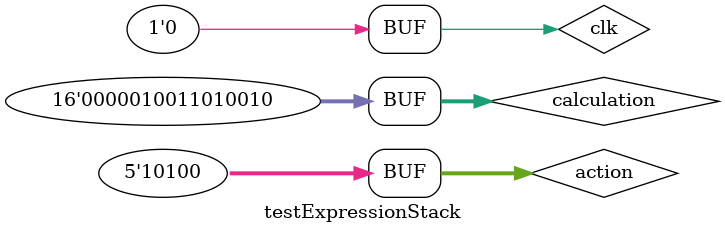
<source format=v>
`timescale 1ns / 1ps


module testExpressionStack(

    );
    reg [4:0] action=0;
    reg clk=0;
    reg [15:0] calculation=1234;

    wire [15:0] value_left, value_right;
    wire [2:0] op;
    wire invalid;

    // unpacking
    wire null_left = value_left[15];
    wire sign_left = value_left[14];
    wire [13:0] mag_left = value_left[13:0];

    wire null_right = value_right[15];
    wire sign_right = value_right[14];
    wire [13:0] mag_right = value_right[13:0];

    ExpressionStack expr(
    	.value_left  (value_left  ),
        .op          (op          ),
        .value_right (value_right ),
        .invalid     (invalid     ),
        .action      (action      ),
        .calculation (calculation ),
        .tclk        (clk)
    );

    initial begin
        #5
        action = 5'b10001; // sub
        clk = 1; #1;
        clk = 0;
        #5
        action = 5'b10001; // sub
        clk = 1; #1;
        clk = 0;
        #5
        action = {1'b0, 4'd5};
        clk = 1; #1;
        clk = 0;
        #5
        action = {1'b0, 4'd7};
        clk = 1; #1;
        clk = 0;
        #5
        action = {1'b0, 4'd3};
        clk = 1; #1;
        clk = 0;
        #5
        action = {1'b0, 4'd9};
        clk = 1; #1;
        clk = 0;
        #5
        action = 5'b10001; // sub
        clk = 1; #1;
        clk = 0;
        #5
        action = 5'b10001; // sub
        clk = 1; #1;
        clk = 0;
        #5
        action = {1'b0, 4'd2};
        clk = 1; #1;
        clk = 0;
        #5
        action = {1'b0, 4'd7};
        clk = 1; #1;
        clk = 0;
        #5
        action = {1'b0, 4'd0};
        clk = 1; #1;
        clk = 0;
        #5
        action = {1'b0, 4'd8};
        clk = 1; #1;
        clk = 0;
        #5
        action = {3'b101, 2'd0};
        clk = 1; #1;
        clk = 0;
        #5
        action = {3'b101, 2'd0};
        clk = 1; #1;
        clk = 0;
        #5
        action = {3'b101, 2'd0};
        clk = 1; #1;
        clk = 0;
        #5
        action = {3'b101, 2'd0};
        clk = 1; #1;
        clk = 0;
        #5
        action = {3'b101, 2'd0};
        clk = 1; #1;
        clk = 0;
        #5
        action = {3'b101, 2'd0};
        clk = 1; #1;
        clk = 0;
        // #5
        // action = 5'b10101; // submit
        // clk = 0; #1;
        // clk = 1;
    end

endmodule

</source>
